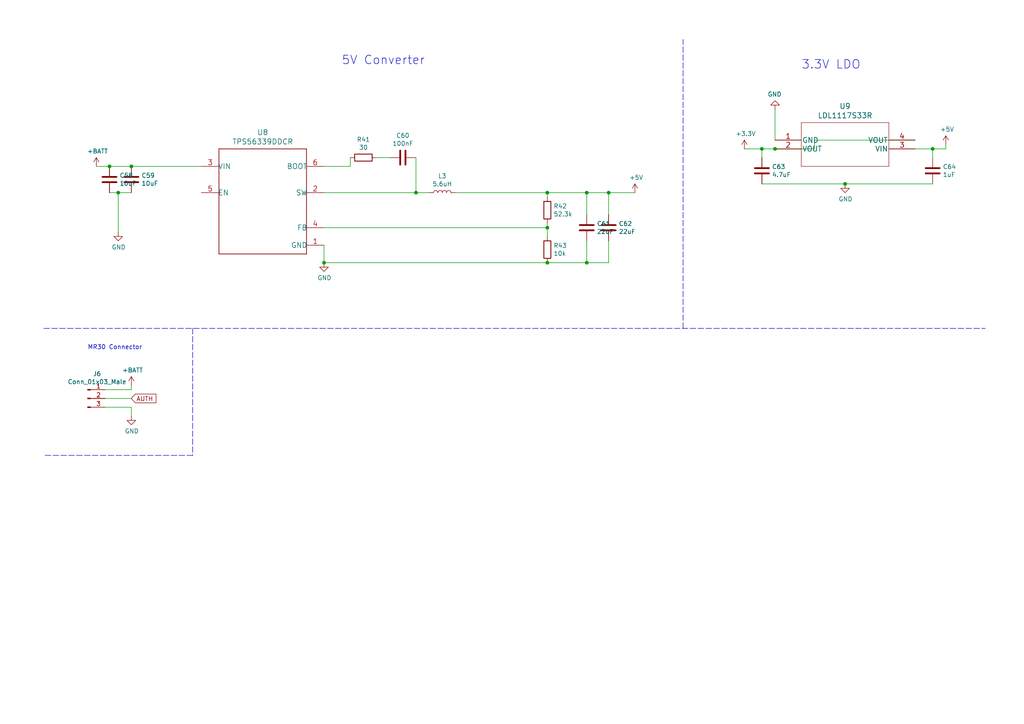
<source format=kicad_sch>
(kicad_sch (version 20211123) (generator eeschema)

  (uuid cb1628b7-31c2-4c65-923d-b1e1c16f9a0a)

  (paper "A4")

  (lib_symbols
    (symbol "Connector:Conn_01x03_Male" (pin_names (offset 1.016) hide) (in_bom yes) (on_board yes)
      (property "Reference" "J" (id 0) (at 0 5.08 0)
        (effects (font (size 1.27 1.27)))
      )
      (property "Value" "Conn_01x03_Male" (id 1) (at 0 -5.08 0)
        (effects (font (size 1.27 1.27)))
      )
      (property "Footprint" "" (id 2) (at 0 0 0)
        (effects (font (size 1.27 1.27)) hide)
      )
      (property "Datasheet" "~" (id 3) (at 0 0 0)
        (effects (font (size 1.27 1.27)) hide)
      )
      (property "ki_keywords" "connector" (id 4) (at 0 0 0)
        (effects (font (size 1.27 1.27)) hide)
      )
      (property "ki_description" "Generic connector, single row, 01x03, script generated (kicad-library-utils/schlib/autogen/connector/)" (id 5) (at 0 0 0)
        (effects (font (size 1.27 1.27)) hide)
      )
      (property "ki_fp_filters" "Connector*:*_1x??_*" (id 6) (at 0 0 0)
        (effects (font (size 1.27 1.27)) hide)
      )
      (symbol "Conn_01x03_Male_1_1"
        (polyline
          (pts
            (xy 1.27 -2.54)
            (xy 0.8636 -2.54)
          )
          (stroke (width 0.1524) (type default) (color 0 0 0 0))
          (fill (type none))
        )
        (polyline
          (pts
            (xy 1.27 0)
            (xy 0.8636 0)
          )
          (stroke (width 0.1524) (type default) (color 0 0 0 0))
          (fill (type none))
        )
        (polyline
          (pts
            (xy 1.27 2.54)
            (xy 0.8636 2.54)
          )
          (stroke (width 0.1524) (type default) (color 0 0 0 0))
          (fill (type none))
        )
        (rectangle (start 0.8636 -2.413) (end 0 -2.667)
          (stroke (width 0.1524) (type default) (color 0 0 0 0))
          (fill (type outline))
        )
        (rectangle (start 0.8636 0.127) (end 0 -0.127)
          (stroke (width 0.1524) (type default) (color 0 0 0 0))
          (fill (type outline))
        )
        (rectangle (start 0.8636 2.667) (end 0 2.413)
          (stroke (width 0.1524) (type default) (color 0 0 0 0))
          (fill (type outline))
        )
        (pin passive line (at 5.08 2.54 180) (length 3.81)
          (name "Pin_1" (effects (font (size 1.27 1.27))))
          (number "1" (effects (font (size 1.27 1.27))))
        )
        (pin passive line (at 5.08 0 180) (length 3.81)
          (name "Pin_2" (effects (font (size 1.27 1.27))))
          (number "2" (effects (font (size 1.27 1.27))))
        )
        (pin passive line (at 5.08 -2.54 180) (length 3.81)
          (name "Pin_3" (effects (font (size 1.27 1.27))))
          (number "3" (effects (font (size 1.27 1.27))))
        )
      )
    )
    (symbol "Device:C" (pin_numbers hide) (pin_names (offset 0.254)) (in_bom yes) (on_board yes)
      (property "Reference" "C" (id 0) (at 0.635 2.54 0)
        (effects (font (size 1.27 1.27)) (justify left))
      )
      (property "Value" "C" (id 1) (at 0.635 -2.54 0)
        (effects (font (size 1.27 1.27)) (justify left))
      )
      (property "Footprint" "" (id 2) (at 0.9652 -3.81 0)
        (effects (font (size 1.27 1.27)) hide)
      )
      (property "Datasheet" "~" (id 3) (at 0 0 0)
        (effects (font (size 1.27 1.27)) hide)
      )
      (property "ki_keywords" "cap capacitor" (id 4) (at 0 0 0)
        (effects (font (size 1.27 1.27)) hide)
      )
      (property "ki_description" "Unpolarized capacitor" (id 5) (at 0 0 0)
        (effects (font (size 1.27 1.27)) hide)
      )
      (property "ki_fp_filters" "C_*" (id 6) (at 0 0 0)
        (effects (font (size 1.27 1.27)) hide)
      )
      (symbol "C_0_1"
        (polyline
          (pts
            (xy -2.032 -0.762)
            (xy 2.032 -0.762)
          )
          (stroke (width 0.508) (type default) (color 0 0 0 0))
          (fill (type none))
        )
        (polyline
          (pts
            (xy -2.032 0.762)
            (xy 2.032 0.762)
          )
          (stroke (width 0.508) (type default) (color 0 0 0 0))
          (fill (type none))
        )
      )
      (symbol "C_1_1"
        (pin passive line (at 0 3.81 270) (length 2.794)
          (name "~" (effects (font (size 1.27 1.27))))
          (number "1" (effects (font (size 1.27 1.27))))
        )
        (pin passive line (at 0 -3.81 90) (length 2.794)
          (name "~" (effects (font (size 1.27 1.27))))
          (number "2" (effects (font (size 1.27 1.27))))
        )
      )
    )
    (symbol "Device:L" (pin_numbers hide) (pin_names (offset 1.016) hide) (in_bom yes) (on_board yes)
      (property "Reference" "L" (id 0) (at -1.27 0 90)
        (effects (font (size 1.27 1.27)))
      )
      (property "Value" "L" (id 1) (at 1.905 0 90)
        (effects (font (size 1.27 1.27)))
      )
      (property "Footprint" "" (id 2) (at 0 0 0)
        (effects (font (size 1.27 1.27)) hide)
      )
      (property "Datasheet" "~" (id 3) (at 0 0 0)
        (effects (font (size 1.27 1.27)) hide)
      )
      (property "ki_keywords" "inductor choke coil reactor magnetic" (id 4) (at 0 0 0)
        (effects (font (size 1.27 1.27)) hide)
      )
      (property "ki_description" "Inductor" (id 5) (at 0 0 0)
        (effects (font (size 1.27 1.27)) hide)
      )
      (property "ki_fp_filters" "Choke_* *Coil* Inductor_* L_*" (id 6) (at 0 0 0)
        (effects (font (size 1.27 1.27)) hide)
      )
      (symbol "L_0_1"
        (arc (start 0 -2.54) (mid 0.635 -1.905) (end 0 -1.27)
          (stroke (width 0) (type default) (color 0 0 0 0))
          (fill (type none))
        )
        (arc (start 0 -1.27) (mid 0.635 -0.635) (end 0 0)
          (stroke (width 0) (type default) (color 0 0 0 0))
          (fill (type none))
        )
        (arc (start 0 0) (mid 0.635 0.635) (end 0 1.27)
          (stroke (width 0) (type default) (color 0 0 0 0))
          (fill (type none))
        )
        (arc (start 0 1.27) (mid 0.635 1.905) (end 0 2.54)
          (stroke (width 0) (type default) (color 0 0 0 0))
          (fill (type none))
        )
      )
      (symbol "L_1_1"
        (pin passive line (at 0 3.81 270) (length 1.27)
          (name "1" (effects (font (size 1.27 1.27))))
          (number "1" (effects (font (size 1.27 1.27))))
        )
        (pin passive line (at 0 -3.81 90) (length 1.27)
          (name "2" (effects (font (size 1.27 1.27))))
          (number "2" (effects (font (size 1.27 1.27))))
        )
      )
    )
    (symbol "Device:R" (pin_numbers hide) (pin_names (offset 0)) (in_bom yes) (on_board yes)
      (property "Reference" "R" (id 0) (at 2.032 0 90)
        (effects (font (size 1.27 1.27)))
      )
      (property "Value" "R" (id 1) (at 0 0 90)
        (effects (font (size 1.27 1.27)))
      )
      (property "Footprint" "" (id 2) (at -1.778 0 90)
        (effects (font (size 1.27 1.27)) hide)
      )
      (property "Datasheet" "~" (id 3) (at 0 0 0)
        (effects (font (size 1.27 1.27)) hide)
      )
      (property "ki_keywords" "R res resistor" (id 4) (at 0 0 0)
        (effects (font (size 1.27 1.27)) hide)
      )
      (property "ki_description" "Resistor" (id 5) (at 0 0 0)
        (effects (font (size 1.27 1.27)) hide)
      )
      (property "ki_fp_filters" "R_*" (id 6) (at 0 0 0)
        (effects (font (size 1.27 1.27)) hide)
      )
      (symbol "R_0_1"
        (rectangle (start -1.016 -2.54) (end 1.016 2.54)
          (stroke (width 0.254) (type default) (color 0 0 0 0))
          (fill (type none))
        )
      )
      (symbol "R_1_1"
        (pin passive line (at 0 3.81 270) (length 1.27)
          (name "~" (effects (font (size 1.27 1.27))))
          (number "1" (effects (font (size 1.27 1.27))))
        )
        (pin passive line (at 0 -3.81 90) (length 1.27)
          (name "~" (effects (font (size 1.27 1.27))))
          (number "2" (effects (font (size 1.27 1.27))))
        )
      )
    )
    (symbol "PowerBankV0.2:LDL1117S33R" (pin_names (offset 0.254)) (in_bom yes) (on_board yes)
      (property "Reference" "U" (id 0) (at 20.32 10.16 0)
        (effects (font (size 1.524 1.524)))
      )
      (property "Value" "LDL1117S33R" (id 1) (at 20.32 7.62 0)
        (effects (font (size 1.524 1.524)))
      )
      (property "Footprint" "SOT223_STM" (id 2) (at 20.32 6.096 0)
        (effects (font (size 1.524 1.524)) hide)
      )
      (property "Datasheet" "" (id 3) (at 0 0 0)
        (effects (font (size 1.524 1.524)))
      )
      (property "ki_locked" "" (id 4) (at 0 0 0)
        (effects (font (size 1.27 1.27)))
      )
      (property "ki_fp_filters" "SOT223_STM SOT223_STM-M SOT223_STM-L" (id 5) (at 0 0 0)
        (effects (font (size 1.27 1.27)) hide)
      )
      (symbol "LDL1117S33R_1_1"
        (polyline
          (pts
            (xy 7.62 -7.62)
            (xy 33.02 -7.62)
          )
          (stroke (width 0.127) (type default) (color 0 0 0 0))
          (fill (type none))
        )
        (polyline
          (pts
            (xy 7.62 5.08)
            (xy 7.62 -7.62)
          )
          (stroke (width 0.127) (type default) (color 0 0 0 0))
          (fill (type none))
        )
        (polyline
          (pts
            (xy 33.02 -7.62)
            (xy 33.02 5.08)
          )
          (stroke (width 0.127) (type default) (color 0 0 0 0))
          (fill (type none))
        )
        (polyline
          (pts
            (xy 33.02 5.08)
            (xy 7.62 5.08)
          )
          (stroke (width 0.127) (type default) (color 0 0 0 0))
          (fill (type none))
        )
        (pin power_in line (at 0 0 0) (length 7.62)
          (name "GND" (effects (font (size 1.4986 1.4986))))
          (number "1" (effects (font (size 1.4986 1.4986))))
        )
        (pin output line (at 0 -2.54 0) (length 7.62)
          (name "VOUT" (effects (font (size 1.4986 1.4986))))
          (number "2" (effects (font (size 1.4986 1.4986))))
        )
        (pin power_in line (at 40.64 -2.54 180) (length 7.62)
          (name "VIN" (effects (font (size 1.4986 1.4986))))
          (number "3" (effects (font (size 1.4986 1.4986))))
        )
        (pin output line (at 40.64 0 180) (length 7.62)
          (name "VOUT" (effects (font (size 1.4986 1.4986))))
          (number "4" (effects (font (size 1.4986 1.4986))))
        )
      )
    )
    (symbol "PowerBankV0.2:TPS56339DDCR" (pin_names (offset -0.254)) (in_bom yes) (on_board yes)
      (property "Reference" "U" (id 0) (at 0 2.54 0)
        (effects (font (size 1.524 1.524)))
      )
      (property "Value" "TPS56339DDCR" (id 1) (at 0 0 0)
        (effects (font (size 1.524 1.524)))
      )
      (property "Footprint" "DDC0006A_N" (id 2) (at 0 -1.524 0)
        (effects (font (size 1.524 1.524)) hide)
      )
      (property "Datasheet" "" (id 3) (at 0 0 0)
        (effects (font (size 1.524 1.524)))
      )
      (property "ki_locked" "" (id 4) (at 0 0 0)
        (effects (font (size 1.27 1.27)))
      )
      (property "ki_fp_filters" "DDC0006A_N DDC0006A_M DDC0006A_L" (id 5) (at 0 0 0)
        (effects (font (size 1.27 1.27)) hide)
      )
      (symbol "TPS56339DDCR_1_1"
        (polyline
          (pts
            (xy -12.7 -15.24)
            (xy 12.7 -15.24)
          )
          (stroke (width 0.2032) (type default) (color 0 0 0 0))
          (fill (type none))
        )
        (polyline
          (pts
            (xy -12.7 15.24)
            (xy -12.7 -15.24)
          )
          (stroke (width 0.2032) (type default) (color 0 0 0 0))
          (fill (type none))
        )
        (polyline
          (pts
            (xy 12.7 -15.24)
            (xy 12.7 15.24)
          )
          (stroke (width 0.2032) (type default) (color 0 0 0 0))
          (fill (type none))
        )
        (polyline
          (pts
            (xy 12.7 15.24)
            (xy -12.7 15.24)
          )
          (stroke (width 0.2032) (type default) (color 0 0 0 0))
          (fill (type none))
        )
        (pin power_in line (at 17.78 -12.7 180) (length 5.08)
          (name "GND" (effects (font (size 1.4986 1.4986))))
          (number "1" (effects (font (size 1.4986 1.4986))))
        )
        (pin power_in line (at 17.78 2.54 180) (length 5.08)
          (name "SW" (effects (font (size 1.4986 1.4986))))
          (number "2" (effects (font (size 1.4986 1.4986))))
        )
        (pin power_in line (at -17.78 10.16 0) (length 5.08)
          (name "VIN" (effects (font (size 1.4986 1.4986))))
          (number "3" (effects (font (size 1.4986 1.4986))))
        )
        (pin input line (at 17.78 -7.62 180) (length 5.08)
          (name "FB" (effects (font (size 1.4986 1.4986))))
          (number "4" (effects (font (size 1.4986 1.4986))))
        )
        (pin input line (at -17.78 2.54 0) (length 5.08)
          (name "EN" (effects (font (size 1.4986 1.4986))))
          (number "5" (effects (font (size 1.4986 1.4986))))
        )
        (pin power_in line (at 17.78 10.16 180) (length 5.08)
          (name "BOOT" (effects (font (size 1.4986 1.4986))))
          (number "6" (effects (font (size 1.4986 1.4986))))
        )
      )
    )
    (symbol "power:+3.3V" (power) (pin_names (offset 0)) (in_bom yes) (on_board yes)
      (property "Reference" "#PWR" (id 0) (at 0 -3.81 0)
        (effects (font (size 1.27 1.27)) hide)
      )
      (property "Value" "+3.3V" (id 1) (at 0 3.556 0)
        (effects (font (size 1.27 1.27)))
      )
      (property "Footprint" "" (id 2) (at 0 0 0)
        (effects (font (size 1.27 1.27)) hide)
      )
      (property "Datasheet" "" (id 3) (at 0 0 0)
        (effects (font (size 1.27 1.27)) hide)
      )
      (property "ki_keywords" "power-flag" (id 4) (at 0 0 0)
        (effects (font (size 1.27 1.27)) hide)
      )
      (property "ki_description" "Power symbol creates a global label with name \"+3.3V\"" (id 5) (at 0 0 0)
        (effects (font (size 1.27 1.27)) hide)
      )
      (symbol "+3.3V_0_1"
        (polyline
          (pts
            (xy -0.762 1.27)
            (xy 0 2.54)
          )
          (stroke (width 0) (type default) (color 0 0 0 0))
          (fill (type none))
        )
        (polyline
          (pts
            (xy 0 0)
            (xy 0 2.54)
          )
          (stroke (width 0) (type default) (color 0 0 0 0))
          (fill (type none))
        )
        (polyline
          (pts
            (xy 0 2.54)
            (xy 0.762 1.27)
          )
          (stroke (width 0) (type default) (color 0 0 0 0))
          (fill (type none))
        )
      )
      (symbol "+3.3V_1_1"
        (pin power_in line (at 0 0 90) (length 0) hide
          (name "+3.3V" (effects (font (size 1.27 1.27))))
          (number "1" (effects (font (size 1.27 1.27))))
        )
      )
    )
    (symbol "power:+5V" (power) (pin_names (offset 0)) (in_bom yes) (on_board yes)
      (property "Reference" "#PWR" (id 0) (at 0 -3.81 0)
        (effects (font (size 1.27 1.27)) hide)
      )
      (property "Value" "+5V" (id 1) (at 0 3.556 0)
        (effects (font (size 1.27 1.27)))
      )
      (property "Footprint" "" (id 2) (at 0 0 0)
        (effects (font (size 1.27 1.27)) hide)
      )
      (property "Datasheet" "" (id 3) (at 0 0 0)
        (effects (font (size 1.27 1.27)) hide)
      )
      (property "ki_keywords" "power-flag" (id 4) (at 0 0 0)
        (effects (font (size 1.27 1.27)) hide)
      )
      (property "ki_description" "Power symbol creates a global label with name \"+5V\"" (id 5) (at 0 0 0)
        (effects (font (size 1.27 1.27)) hide)
      )
      (symbol "+5V_0_1"
        (polyline
          (pts
            (xy -0.762 1.27)
            (xy 0 2.54)
          )
          (stroke (width 0) (type default) (color 0 0 0 0))
          (fill (type none))
        )
        (polyline
          (pts
            (xy 0 0)
            (xy 0 2.54)
          )
          (stroke (width 0) (type default) (color 0 0 0 0))
          (fill (type none))
        )
        (polyline
          (pts
            (xy 0 2.54)
            (xy 0.762 1.27)
          )
          (stroke (width 0) (type default) (color 0 0 0 0))
          (fill (type none))
        )
      )
      (symbol "+5V_1_1"
        (pin power_in line (at 0 0 90) (length 0) hide
          (name "+5V" (effects (font (size 1.27 1.27))))
          (number "1" (effects (font (size 1.27 1.27))))
        )
      )
    )
    (symbol "power:+BATT" (power) (pin_names (offset 0)) (in_bom yes) (on_board yes)
      (property "Reference" "#PWR" (id 0) (at 0 -3.81 0)
        (effects (font (size 1.27 1.27)) hide)
      )
      (property "Value" "+BATT" (id 1) (at 0 3.556 0)
        (effects (font (size 1.27 1.27)))
      )
      (property "Footprint" "" (id 2) (at 0 0 0)
        (effects (font (size 1.27 1.27)) hide)
      )
      (property "Datasheet" "" (id 3) (at 0 0 0)
        (effects (font (size 1.27 1.27)) hide)
      )
      (property "ki_keywords" "power-flag battery" (id 4) (at 0 0 0)
        (effects (font (size 1.27 1.27)) hide)
      )
      (property "ki_description" "Power symbol creates a global label with name \"+BATT\"" (id 5) (at 0 0 0)
        (effects (font (size 1.27 1.27)) hide)
      )
      (symbol "+BATT_0_1"
        (polyline
          (pts
            (xy -0.762 1.27)
            (xy 0 2.54)
          )
          (stroke (width 0) (type default) (color 0 0 0 0))
          (fill (type none))
        )
        (polyline
          (pts
            (xy 0 0)
            (xy 0 2.54)
          )
          (stroke (width 0) (type default) (color 0 0 0 0))
          (fill (type none))
        )
        (polyline
          (pts
            (xy 0 2.54)
            (xy 0.762 1.27)
          )
          (stroke (width 0) (type default) (color 0 0 0 0))
          (fill (type none))
        )
      )
      (symbol "+BATT_1_1"
        (pin power_in line (at 0 0 90) (length 0) hide
          (name "+BATT" (effects (font (size 1.27 1.27))))
          (number "1" (effects (font (size 1.27 1.27))))
        )
      )
    )
    (symbol "power:GND" (power) (pin_names (offset 0)) (in_bom yes) (on_board yes)
      (property "Reference" "#PWR" (id 0) (at 0 -6.35 0)
        (effects (font (size 1.27 1.27)) hide)
      )
      (property "Value" "GND" (id 1) (at 0 -3.81 0)
        (effects (font (size 1.27 1.27)))
      )
      (property "Footprint" "" (id 2) (at 0 0 0)
        (effects (font (size 1.27 1.27)) hide)
      )
      (property "Datasheet" "" (id 3) (at 0 0 0)
        (effects (font (size 1.27 1.27)) hide)
      )
      (property "ki_keywords" "power-flag" (id 4) (at 0 0 0)
        (effects (font (size 1.27 1.27)) hide)
      )
      (property "ki_description" "Power symbol creates a global label with name \"GND\" , ground" (id 5) (at 0 0 0)
        (effects (font (size 1.27 1.27)) hide)
      )
      (symbol "GND_0_1"
        (polyline
          (pts
            (xy 0 0)
            (xy 0 -1.27)
            (xy 1.27 -1.27)
            (xy 0 -2.54)
            (xy -1.27 -1.27)
            (xy 0 -1.27)
          )
          (stroke (width 0) (type default) (color 0 0 0 0))
          (fill (type none))
        )
      )
      (symbol "GND_1_1"
        (pin power_in line (at 0 0 270) (length 0) hide
          (name "GND" (effects (font (size 1.27 1.27))))
          (number "1" (effects (font (size 1.27 1.27))))
        )
      )
    )
  )

  (junction (at 224.79 43.18) (diameter 0) (color 0 0 0 0)
    (uuid 05b074aa-4869-42ea-af14-0acc84a0ff4f)
  )
  (junction (at 34.29 55.88) (diameter 0) (color 0 0 0 0)
    (uuid 16007b90-2225-46b8-ae02-a903e5c33061)
  )
  (junction (at 158.75 66.04) (diameter 0) (color 0 0 0 0)
    (uuid 2c9e812b-b2c6-483f-8991-c1794a236255)
  )
  (junction (at 170.18 55.88) (diameter 0) (color 0 0 0 0)
    (uuid 2d0b8e1f-eed5-410c-90e0-f8751ab60d3f)
  )
  (junction (at 158.75 76.2) (diameter 0) (color 0 0 0 0)
    (uuid 3c70aac6-826e-4c62-a1b9-57ce4640e15e)
  )
  (junction (at 270.51 43.18) (diameter 0) (color 0 0 0 0)
    (uuid 574af2eb-c583-46e3-9a71-7a744fd6dca1)
  )
  (junction (at 93.98 76.2) (diameter 0) (color 0 0 0 0)
    (uuid 8e7f23ac-57a2-4368-90c0-be8937f0b119)
  )
  (junction (at 31.75 48.26) (diameter 0) (color 0 0 0 0)
    (uuid 9a0c6072-8943-4df6-9573-69719c33a484)
  )
  (junction (at 38.1 48.26) (diameter 0) (color 0 0 0 0)
    (uuid a5f42d27-4bc3-49d8-a7a3-114876398f24)
  )
  (junction (at 158.75 55.88) (diameter 0) (color 0 0 0 0)
    (uuid b04a1b02-8c8c-481b-bed1-219b253ae038)
  )
  (junction (at 170.18 76.2) (diameter 0) (color 0 0 0 0)
    (uuid b55ac516-7fe6-45f3-9eb4-b8206fa782b3)
  )
  (junction (at 220.98 43.18) (diameter 0) (color 0 0 0 0)
    (uuid c22cce36-7620-40b7-9fce-4c5493420139)
  )
  (junction (at 120.65 55.88) (diameter 0) (color 0 0 0 0)
    (uuid c539502d-e264-4a97-ab66-5fdf6e05a6e3)
  )
  (junction (at 245.11 53.34) (diameter 0) (color 0 0 0 0)
    (uuid c9f80667-e719-4d3e-9506-9962ee00ec6a)
  )
  (junction (at 176.53 55.88) (diameter 0) (color 0 0 0 0)
    (uuid dd108e8a-48d8-4c2d-9826-f3c5c0986b0a)
  )

  (wire (pts (xy 120.65 45.72) (xy 120.65 55.88))
    (stroke (width 0) (type default) (color 0 0 0 0))
    (uuid 02b6b06f-2b70-4d0b-a528-4276586e8fbc)
  )
  (wire (pts (xy 236.22 43.18) (xy 224.79 43.18))
    (stroke (width 0) (type default) (color 0 0 0 0))
    (uuid 0a1aca8e-a787-4231-a608-0963e4e6fe78)
  )
  (wire (pts (xy 38.1 118.11) (xy 38.1 120.65))
    (stroke (width 0) (type default) (color 0 0 0 0))
    (uuid 0a1c8f6e-8d43-49c2-9669-a6f6111175d3)
  )
  (wire (pts (xy 158.75 66.04) (xy 158.75 64.77))
    (stroke (width 0) (type default) (color 0 0 0 0))
    (uuid 0a862763-fd4c-46a6-a080-f44c70cbb8e8)
  )
  (wire (pts (xy 31.75 55.88) (xy 34.29 55.88))
    (stroke (width 0) (type default) (color 0 0 0 0))
    (uuid 0be5a1f7-565f-4e1f-938d-8ca9f2b79884)
  )
  (wire (pts (xy 270.51 45.72) (xy 270.51 43.18))
    (stroke (width 0) (type default) (color 0 0 0 0))
    (uuid 1429c2a0-c58c-4922-ae5a-9c39aed43907)
  )
  (wire (pts (xy 224.79 43.18) (xy 220.98 43.18))
    (stroke (width 0) (type default) (color 0 0 0 0))
    (uuid 2cb5313f-de4d-4369-adcf-c9d99e3676d8)
  )
  (wire (pts (xy 220.98 43.18) (xy 215.9 43.18))
    (stroke (width 0) (type default) (color 0 0 0 0))
    (uuid 2ff0cfe9-1a37-42f6-8773-35c304337f8a)
  )
  (wire (pts (xy 270.51 53.34) (xy 245.11 53.34))
    (stroke (width 0) (type default) (color 0 0 0 0))
    (uuid 30dce4f4-1116-4119-ae58-116ddc7bac16)
  )
  (wire (pts (xy 158.75 57.15) (xy 158.75 55.88))
    (stroke (width 0) (type default) (color 0 0 0 0))
    (uuid 31c35a3a-b96d-47fa-b577-5c705d1768ab)
  )
  (wire (pts (xy 34.29 67.31) (xy 34.29 55.88))
    (stroke (width 0) (type default) (color 0 0 0 0))
    (uuid 32d9b0c4-849e-4cc8-9f58-7978892b0656)
  )
  (wire (pts (xy 224.79 40.64) (xy 224.79 31.75))
    (stroke (width 0) (type default) (color 0 0 0 0))
    (uuid 343949e4-b022-43f8-92cc-6caedcc2bb07)
  )
  (wire (pts (xy 93.98 48.26) (xy 101.6 48.26))
    (stroke (width 0) (type default) (color 0 0 0 0))
    (uuid 3ff1551f-1a65-4e53-ad88-b6feb2c8e083)
  )
  (wire (pts (xy 158.75 76.2) (xy 93.98 76.2))
    (stroke (width 0) (type default) (color 0 0 0 0))
    (uuid 40bd096d-66ea-4d61-b52e-6b2ce45ea59d)
  )
  (wire (pts (xy 170.18 62.23) (xy 170.18 55.88))
    (stroke (width 0) (type default) (color 0 0 0 0))
    (uuid 4625e10c-08d4-46f2-9590-905fde34395d)
  )
  (wire (pts (xy 220.98 45.72) (xy 220.98 43.18))
    (stroke (width 0) (type default) (color 0 0 0 0))
    (uuid 4aa307c6-ff4c-4e8f-b668-2691b8fdf73c)
  )
  (wire (pts (xy 245.11 53.34) (xy 220.98 53.34))
    (stroke (width 0) (type default) (color 0 0 0 0))
    (uuid 5556fe12-45ed-41cd-962a-f74cf5e24459)
  )
  (wire (pts (xy 93.98 66.04) (xy 158.75 66.04))
    (stroke (width 0) (type default) (color 0 0 0 0))
    (uuid 570ec64b-e175-40a7-8321-b48e15c070e8)
  )
  (wire (pts (xy 93.98 76.2) (xy 93.98 71.12))
    (stroke (width 0) (type default) (color 0 0 0 0))
    (uuid 5efcb7f6-eab6-401e-ae0d-ebe655702f6e)
  )
  (polyline (pts (xy 55.88 132.08) (xy 12.7 132.08))
    (stroke (width 0) (type default) (color 0 0 0 0))
    (uuid 5f2fe946-3ddf-4831-8bc8-74966aa2c976)
  )
  (polyline (pts (xy 198.12 95.25) (xy 198.12 11.43))
    (stroke (width 0) (type default) (color 0 0 0 0))
    (uuid 5f81e44f-67bc-4c0d-89e3-28e3241f2d34)
  )

  (wire (pts (xy 176.53 62.23) (xy 176.53 55.88))
    (stroke (width 0) (type default) (color 0 0 0 0))
    (uuid 5ff0af1d-33ba-4cda-9eb9-91fc83f026dd)
  )
  (wire (pts (xy 158.75 66.04) (xy 158.75 68.58))
    (stroke (width 0) (type default) (color 0 0 0 0))
    (uuid 61b6edd8-9fa0-4b5e-9a10-38473b79d3a8)
  )
  (polyline (pts (xy 55.88 95.25) (xy 55.88 132.08))
    (stroke (width 0) (type default) (color 0 0 0 0))
    (uuid 68482b13-5b29-4595-b5d1-847486044c23)
  )

  (wire (pts (xy 170.18 55.88) (xy 176.53 55.88))
    (stroke (width 0) (type default) (color 0 0 0 0))
    (uuid 736c14e3-5483-4e77-9127-707008e97aa9)
  )
  (wire (pts (xy 270.51 43.18) (xy 274.32 43.18))
    (stroke (width 0) (type default) (color 0 0 0 0))
    (uuid 7a57faa9-7a38-475b-8243-3deaceaaffdd)
  )
  (wire (pts (xy 132.08 55.88) (xy 158.75 55.88))
    (stroke (width 0) (type default) (color 0 0 0 0))
    (uuid 7c192856-d711-426c-b7cf-bba166ff0ed7)
  )
  (wire (pts (xy 158.75 55.88) (xy 170.18 55.88))
    (stroke (width 0) (type default) (color 0 0 0 0))
    (uuid 7ca261bb-7807-4e14-96c5-2bfae84e8dbd)
  )
  (wire (pts (xy 93.98 55.88) (xy 120.65 55.88))
    (stroke (width 0) (type default) (color 0 0 0 0))
    (uuid 7d5ed38c-8b99-4d4a-95b0-b2ab50ada8a0)
  )
  (wire (pts (xy 31.75 48.26) (xy 27.94 48.26))
    (stroke (width 0) (type default) (color 0 0 0 0))
    (uuid 858cac4a-3148-4b69-b7e9-0026dc936c80)
  )
  (wire (pts (xy 101.6 48.26) (xy 101.6 45.72))
    (stroke (width 0) (type default) (color 0 0 0 0))
    (uuid 9e29ee7b-322f-4afd-8556-b302540bdb54)
  )
  (wire (pts (xy 176.53 76.2) (xy 170.18 76.2))
    (stroke (width 0) (type default) (color 0 0 0 0))
    (uuid a7f4b96e-b4ec-4798-a2a8-49cf5e0ecab1)
  )
  (wire (pts (xy 176.53 55.88) (xy 184.15 55.88))
    (stroke (width 0) (type default) (color 0 0 0 0))
    (uuid a9abdf6d-7b3f-43b3-9996-712b5a9da137)
  )
  (wire (pts (xy 58.42 48.26) (xy 38.1 48.26))
    (stroke (width 0) (type default) (color 0 0 0 0))
    (uuid b53d615b-b117-443d-a8df-52edb82a9146)
  )
  (wire (pts (xy 170.18 69.85) (xy 170.18 76.2))
    (stroke (width 0) (type default) (color 0 0 0 0))
    (uuid b5fd9a40-18f6-4831-8d88-a6fa17282b60)
  )
  (wire (pts (xy 120.65 55.88) (xy 124.46 55.88))
    (stroke (width 0) (type default) (color 0 0 0 0))
    (uuid b95aaf23-e061-4a88-8c4c-32b636d1f4ed)
  )
  (wire (pts (xy 38.1 48.26) (xy 31.75 48.26))
    (stroke (width 0) (type default) (color 0 0 0 0))
    (uuid bd3e3aae-1b5f-4a43-9ab8-66db340af8e8)
  )
  (wire (pts (xy 38.1 113.03) (xy 38.1 111.76))
    (stroke (width 0) (type default) (color 0 0 0 0))
    (uuid c17550a0-448d-4340-bedc-b85fd489d842)
  )
  (wire (pts (xy 265.43 43.18) (xy 270.51 43.18))
    (stroke (width 0) (type default) (color 0 0 0 0))
    (uuid c5434e5a-32ba-4c99-b683-56f4bb51bb0e)
  )
  (wire (pts (xy 109.22 45.72) (xy 113.03 45.72))
    (stroke (width 0) (type default) (color 0 0 0 0))
    (uuid c7296533-f3f2-416d-a140-ceba445c6ed7)
  )
  (wire (pts (xy 34.29 55.88) (xy 38.1 55.88))
    (stroke (width 0) (type default) (color 0 0 0 0))
    (uuid cc07a53d-9d96-411d-9e2b-fcae21f90357)
  )
  (wire (pts (xy 170.18 76.2) (xy 158.75 76.2))
    (stroke (width 0) (type default) (color 0 0 0 0))
    (uuid cee79b11-586f-4d50-a62e-3b96df832afc)
  )
  (wire (pts (xy 30.48 118.11) (xy 38.1 118.11))
    (stroke (width 0) (type default) (color 0 0 0 0))
    (uuid d0ffcbeb-0f11-489f-971f-e973e7c35f23)
  )
  (wire (pts (xy 176.53 69.85) (xy 176.53 76.2))
    (stroke (width 0) (type default) (color 0 0 0 0))
    (uuid d25441c3-0a33-491c-9536-387310bc92d6)
  )
  (wire (pts (xy 30.48 115.57) (xy 38.1 115.57))
    (stroke (width 0) (type default) (color 0 0 0 0))
    (uuid d3d28d5f-68d0-47c8-8e7b-ada0077de8bf)
  )
  (wire (pts (xy 236.22 40.64) (xy 236.22 43.18))
    (stroke (width 0) (type default) (color 0 0 0 0))
    (uuid d7798d63-2cbc-4dc9-881a-982dd3538ff2)
  )
  (wire (pts (xy 265.43 40.64) (xy 236.22 40.64))
    (stroke (width 0) (type default) (color 0 0 0 0))
    (uuid e80dffef-9725-4359-8494-79d0f9f76cfe)
  )
  (wire (pts (xy 30.48 113.03) (xy 38.1 113.03))
    (stroke (width 0) (type default) (color 0 0 0 0))
    (uuid f136f672-4aef-49a0-819e-0b3c2783a004)
  )
  (wire (pts (xy 274.32 43.18) (xy 274.32 41.91))
    (stroke (width 0) (type default) (color 0 0 0 0))
    (uuid f13f0539-2a71-4ba6-9c58-117925d28d10)
  )
  (polyline (pts (xy 12.7 95.25) (xy 285.75 95.25))
    (stroke (width 0) (type default) (color 0 0 0 0))
    (uuid f9bd2bc2-8aef-444a-b858-e91db551f46f)
  )

  (text "3.3V LDO\n" (at 232.41 20.32 0)
    (effects (font (size 2.4892 2.4892)) (justify left bottom))
    (uuid 9d9ffa30-5131-486c-a549-033ff99c0301)
  )
  (text "MR30 Connector\n" (at 25.4 101.6 0)
    (effects (font (size 1.27 1.27)) (justify left bottom))
    (uuid e14ca7eb-9531-460c-ae8b-b422918766c3)
  )
  (text "5V Converter\n" (at 99.06 19.05 0)
    (effects (font (size 2.4892 2.4892)) (justify left bottom))
    (uuid eb4b3c27-c133-432d-ba5c-a89e9bc41169)
  )

  (global_label "AUTH" (shape input) (at 38.1 115.57 0) (fields_autoplaced)
    (effects (font (size 1.27 1.27)) (justify left))
    (uuid 8ae62e17-6536-4a32-b157-a8737beefb18)
    (property "Intersheet References" "${INTERSHEET_REFS}" (id 0) (at 0 0 0)
      (effects (font (size 1.27 1.27)) hide)
    )
  )

  (symbol (lib_id "PowerBankV0.2:TPS56339DDCR") (at 76.2 58.42 0) (unit 1)
    (in_bom yes) (on_board yes)
    (uuid 00000000-0000-0000-0000-0000613e1423)
    (property "Reference" "U8" (id 0) (at 76.2 38.4048 0)
      (effects (font (size 1.524 1.524)))
    )
    (property "Value" "TPS56339DDCR" (id 1) (at 76.2 41.0972 0)
      (effects (font (size 1.524 1.524)))
    )
    (property "Footprint" "PowerBankv0.2:TPS56339DDCR" (id 2) (at 76.2 59.944 0)
      (effects (font (size 1.524 1.524)) hide)
    )
    (property "Datasheet" "" (id 3) (at 76.2 58.42 0)
      (effects (font (size 1.524 1.524)))
    )
    (pin "1" (uuid 712ad0ca-d7d1-497a-8bac-a21f3e2bb3cd))
    (pin "2" (uuid 0f755010-3026-4ae8-84ea-c7e1ab4ec7ab))
    (pin "3" (uuid 64f58a38-7770-47e8-a0af-c9c6c23721e5))
    (pin "4" (uuid c04be50a-126d-4e0a-abf5-95ffb7c047f0))
    (pin "5" (uuid 206d4821-bd73-41a1-a14a-d1c02d21d1c1))
    (pin "6" (uuid 9da182ad-b4fb-4f71-b118-f07128c462d8))
  )

  (symbol (lib_id "Device:C") (at 38.1 52.07 0) (unit 1)
    (in_bom yes) (on_board yes)
    (uuid 00000000-0000-0000-0000-0000613e1fb2)
    (property "Reference" "C59" (id 0) (at 41.021 50.9016 0)
      (effects (font (size 1.27 1.27)) (justify left))
    )
    (property "Value" "10uF" (id 1) (at 41.021 53.213 0)
      (effects (font (size 1.27 1.27)) (justify left))
    )
    (property "Footprint" "Capacitor_SMD:C_0805_2012Metric" (id 2) (at 39.0652 55.88 0)
      (effects (font (size 1.27 1.27)) hide)
    )
    (property "Datasheet" "~" (id 3) (at 38.1 52.07 0)
      (effects (font (size 1.27 1.27)) hide)
    )
    (pin "1" (uuid 3e3f040e-7c1c-48ef-bf9d-937edc97491b))
    (pin "2" (uuid 47d1c211-f2e7-4b57-9d72-2a4104ca3b6f))
  )

  (symbol (lib_id "Device:C") (at 31.75 52.07 0) (unit 1)
    (in_bom yes) (on_board yes)
    (uuid 00000000-0000-0000-0000-0000613e24ef)
    (property "Reference" "C58" (id 0) (at 34.671 50.9016 0)
      (effects (font (size 1.27 1.27)) (justify left))
    )
    (property "Value" "10uF" (id 1) (at 34.671 53.213 0)
      (effects (font (size 1.27 1.27)) (justify left))
    )
    (property "Footprint" "Capacitor_SMD:C_0805_2012Metric" (id 2) (at 32.7152 55.88 0)
      (effects (font (size 1.27 1.27)) hide)
    )
    (property "Datasheet" "~" (id 3) (at 31.75 52.07 0)
      (effects (font (size 1.27 1.27)) hide)
    )
    (pin "1" (uuid bfc36073-7c2a-47fd-93a7-5cd5cafe8e39))
    (pin "2" (uuid cbe4e584-e397-4082-9857-813502dcf78c))
  )

  (symbol (lib_id "Device:R") (at 105.41 45.72 270) (unit 1)
    (in_bom yes) (on_board yes)
    (uuid 00000000-0000-0000-0000-0000613e35c1)
    (property "Reference" "R41" (id 0) (at 105.41 40.4622 90))
    (property "Value" "30" (id 1) (at 105.41 42.7736 90))
    (property "Footprint" "Resistor_SMD:R_0603_1608Metric" (id 2) (at 105.41 43.942 90)
      (effects (font (size 1.27 1.27)) hide)
    )
    (property "Datasheet" "~" (id 3) (at 105.41 45.72 0)
      (effects (font (size 1.27 1.27)) hide)
    )
    (pin "1" (uuid 8b14a756-d3ca-4337-9268-ba5d1ff44822))
    (pin "2" (uuid 786a5195-08b6-4ee7-84ee-6f88bdd7d043))
  )

  (symbol (lib_id "Device:C") (at 116.84 45.72 270) (unit 1)
    (in_bom yes) (on_board yes)
    (uuid 00000000-0000-0000-0000-0000613e3f35)
    (property "Reference" "C60" (id 0) (at 116.84 39.3192 90))
    (property "Value" "100nF" (id 1) (at 116.84 41.6306 90))
    (property "Footprint" "Capacitor_SMD:C_0603_1608Metric" (id 2) (at 113.03 46.6852 0)
      (effects (font (size 1.27 1.27)) hide)
    )
    (property "Datasheet" "~" (id 3) (at 116.84 45.72 0)
      (effects (font (size 1.27 1.27)) hide)
    )
    (pin "1" (uuid 0eb60b69-c23a-498f-b910-cd6dd1bd9494))
    (pin "2" (uuid 9abf82d1-dd32-4078-8511-3ee4f7fb338c))
  )

  (symbol (lib_id "Device:L") (at 128.27 55.88 90) (unit 1)
    (in_bom yes) (on_board yes)
    (uuid 00000000-0000-0000-0000-0000613e474d)
    (property "Reference" "L3" (id 0) (at 128.27 51.054 90))
    (property "Value" "5.6uH" (id 1) (at 128.27 53.3654 90))
    (property "Footprint" "PowerBankv0.2:IND_SRN8040TA-5R6M" (id 2) (at 128.27 55.88 0)
      (effects (font (size 1.27 1.27)) hide)
    )
    (property "Datasheet" "~" (id 3) (at 128.27 55.88 0)
      (effects (font (size 1.27 1.27)) hide)
    )
    (pin "1" (uuid 4b97eb89-f5b2-4a3e-ae6e-1526ffbb8656))
    (pin "2" (uuid c11b02f0-ab80-40d4-8ec7-4ff2b40b30aa))
  )

  (symbol (lib_id "Device:R") (at 158.75 60.96 0) (unit 1)
    (in_bom yes) (on_board yes)
    (uuid 00000000-0000-0000-0000-0000613e631f)
    (property "Reference" "R42" (id 0) (at 160.528 59.7916 0)
      (effects (font (size 1.27 1.27)) (justify left))
    )
    (property "Value" "52.3k" (id 1) (at 160.528 62.103 0)
      (effects (font (size 1.27 1.27)) (justify left))
    )
    (property "Footprint" "Resistor_SMD:R_0603_1608Metric" (id 2) (at 156.972 60.96 90)
      (effects (font (size 1.27 1.27)) hide)
    )
    (property "Datasheet" "~" (id 3) (at 158.75 60.96 0)
      (effects (font (size 1.27 1.27)) hide)
    )
    (pin "1" (uuid 48a6d31f-7274-421f-9b37-a805e6ae9d37))
    (pin "2" (uuid d2667cb7-297b-4051-906e-ee9807bb1e14))
  )

  (symbol (lib_id "Device:R") (at 158.75 72.39 0) (unit 1)
    (in_bom yes) (on_board yes)
    (uuid 00000000-0000-0000-0000-0000613e67bf)
    (property "Reference" "R43" (id 0) (at 160.528 71.2216 0)
      (effects (font (size 1.27 1.27)) (justify left))
    )
    (property "Value" "10k" (id 1) (at 160.528 73.533 0)
      (effects (font (size 1.27 1.27)) (justify left))
    )
    (property "Footprint" "Resistor_SMD:R_0603_1608Metric" (id 2) (at 156.972 72.39 90)
      (effects (font (size 1.27 1.27)) hide)
    )
    (property "Datasheet" "~" (id 3) (at 158.75 72.39 0)
      (effects (font (size 1.27 1.27)) hide)
    )
    (pin "1" (uuid 3b938bf3-a2e4-4d1a-bea2-adafaa8e7d70))
    (pin "2" (uuid 35d49e28-88cf-431b-bef4-29a9a0ffdf10))
  )

  (symbol (lib_id "Device:C") (at 170.18 66.04 0) (unit 1)
    (in_bom yes) (on_board yes)
    (uuid 00000000-0000-0000-0000-0000613e7bc1)
    (property "Reference" "C61" (id 0) (at 173.101 64.8716 0)
      (effects (font (size 1.27 1.27)) (justify left))
    )
    (property "Value" "22uF" (id 1) (at 173.101 67.183 0)
      (effects (font (size 1.27 1.27)) (justify left))
    )
    (property "Footprint" "Capacitor_SMD:C_0805_2012Metric" (id 2) (at 171.1452 69.85 0)
      (effects (font (size 1.27 1.27)) hide)
    )
    (property "Datasheet" "~" (id 3) (at 170.18 66.04 0)
      (effects (font (size 1.27 1.27)) hide)
    )
    (pin "1" (uuid e6fdcb40-4a58-48b1-8fed-5efbf7adb14f))
    (pin "2" (uuid cc49db2d-33d8-4889-a793-2bbd4b638673))
  )

  (symbol (lib_id "Device:C") (at 176.53 66.04 0) (unit 1)
    (in_bom yes) (on_board yes)
    (uuid 00000000-0000-0000-0000-0000613e83eb)
    (property "Reference" "C62" (id 0) (at 179.451 64.8716 0)
      (effects (font (size 1.27 1.27)) (justify left))
    )
    (property "Value" "22uF" (id 1) (at 179.451 67.183 0)
      (effects (font (size 1.27 1.27)) (justify left))
    )
    (property "Footprint" "Capacitor_SMD:C_0805_2012Metric" (id 2) (at 177.4952 69.85 0)
      (effects (font (size 1.27 1.27)) hide)
    )
    (property "Datasheet" "~" (id 3) (at 176.53 66.04 0)
      (effects (font (size 1.27 1.27)) hide)
    )
    (pin "1" (uuid 83392db0-03b8-423a-84ef-c4cd45dd32b6))
    (pin "2" (uuid 7da0a6be-9cf4-4bb5-b5dd-2cd1a3537662))
  )

  (symbol (lib_id "power:+5V") (at 184.15 55.88 0) (unit 1)
    (in_bom yes) (on_board yes)
    (uuid 00000000-0000-0000-0000-0000613ea2f5)
    (property "Reference" "#PWR0129" (id 0) (at 184.15 59.69 0)
      (effects (font (size 1.27 1.27)) hide)
    )
    (property "Value" "+5V" (id 1) (at 184.531 51.4858 0))
    (property "Footprint" "" (id 2) (at 184.15 55.88 0)
      (effects (font (size 1.27 1.27)) hide)
    )
    (property "Datasheet" "" (id 3) (at 184.15 55.88 0)
      (effects (font (size 1.27 1.27)) hide)
    )
    (pin "1" (uuid ac1ba0d8-d3a7-44ca-a121-dad3cf7b206a))
  )

  (symbol (lib_id "power:GND") (at 93.98 76.2 0) (unit 1)
    (in_bom yes) (on_board yes)
    (uuid 00000000-0000-0000-0000-0000613eb62c)
    (property "Reference" "#PWR0130" (id 0) (at 93.98 82.55 0)
      (effects (font (size 1.27 1.27)) hide)
    )
    (property "Value" "GND" (id 1) (at 94.107 80.5942 0))
    (property "Footprint" "" (id 2) (at 93.98 76.2 0)
      (effects (font (size 1.27 1.27)) hide)
    )
    (property "Datasheet" "" (id 3) (at 93.98 76.2 0)
      (effects (font (size 1.27 1.27)) hide)
    )
    (pin "1" (uuid be8245d0-5a3e-452b-a490-0f0367cfc392))
  )

  (symbol (lib_id "power:GND") (at 34.29 67.31 0) (unit 1)
    (in_bom yes) (on_board yes)
    (uuid 00000000-0000-0000-0000-0000613eba86)
    (property "Reference" "#PWR0131" (id 0) (at 34.29 73.66 0)
      (effects (font (size 1.27 1.27)) hide)
    )
    (property "Value" "GND" (id 1) (at 34.417 71.7042 0))
    (property "Footprint" "" (id 2) (at 34.29 67.31 0)
      (effects (font (size 1.27 1.27)) hide)
    )
    (property "Datasheet" "" (id 3) (at 34.29 67.31 0)
      (effects (font (size 1.27 1.27)) hide)
    )
    (pin "1" (uuid e67121c8-1581-42c6-83c8-466c0605f459))
  )

  (symbol (lib_id "power:+BATT") (at 27.94 48.26 0) (unit 1)
    (in_bom yes) (on_board yes)
    (uuid 00000000-0000-0000-0000-0000613ec867)
    (property "Reference" "#PWR0132" (id 0) (at 27.94 52.07 0)
      (effects (font (size 1.27 1.27)) hide)
    )
    (property "Value" "+BATT" (id 1) (at 28.321 43.8658 0))
    (property "Footprint" "" (id 2) (at 27.94 48.26 0)
      (effects (font (size 1.27 1.27)) hide)
    )
    (property "Datasheet" "" (id 3) (at 27.94 48.26 0)
      (effects (font (size 1.27 1.27)) hide)
    )
    (pin "1" (uuid 47f10dcb-3e0c-4290-8f9a-b13596d040f2))
  )

  (symbol (lib_id "PowerBankV0.2:LDL1117S33R") (at 224.79 40.64 0) (unit 1)
    (in_bom yes) (on_board yes)
    (uuid 00000000-0000-0000-0000-0000613ee368)
    (property "Reference" "U9" (id 0) (at 245.11 30.8102 0)
      (effects (font (size 1.524 1.524)))
    )
    (property "Value" "LDL1117S33R" (id 1) (at 245.11 33.5026 0)
      (effects (font (size 1.524 1.524)))
    )
    (property "Footprint" "Package_TO_SOT_SMD:SOT-223" (id 2) (at 245.11 34.544 0)
      (effects (font (size 1.524 1.524)) hide)
    )
    (property "Datasheet" "" (id 3) (at 224.79 40.64 0)
      (effects (font (size 1.524 1.524)))
    )
    (pin "1" (uuid 11c080cf-a341-43f4-9591-5d0ee00be89e))
    (pin "2" (uuid f8d9a5df-ec9d-4a3e-9ae2-eec75a6871d5))
    (pin "3" (uuid 1277731a-0fba-487f-996b-49d27d9ca6e6))
    (pin "4" (uuid dfa5cd6c-62c0-4549-84cf-c17fe724d00b))
  )

  (symbol (lib_id "power:+5V") (at 274.32 41.91 0) (unit 1)
    (in_bom yes) (on_board yes)
    (uuid 00000000-0000-0000-0000-000061400198)
    (property "Reference" "#PWR0133" (id 0) (at 274.32 45.72 0)
      (effects (font (size 1.27 1.27)) hide)
    )
    (property "Value" "+5V" (id 1) (at 274.701 37.5158 0))
    (property "Footprint" "" (id 2) (at 274.32 41.91 0)
      (effects (font (size 1.27 1.27)) hide)
    )
    (property "Datasheet" "" (id 3) (at 274.32 41.91 0)
      (effects (font (size 1.27 1.27)) hide)
    )
    (pin "1" (uuid 796c1e1d-1bc2-4fb3-947e-bcc26c18b48a))
  )

  (symbol (lib_id "Device:C") (at 270.51 49.53 0) (unit 1)
    (in_bom yes) (on_board yes)
    (uuid 00000000-0000-0000-0000-0000614018c9)
    (property "Reference" "C64" (id 0) (at 273.431 48.3616 0)
      (effects (font (size 1.27 1.27)) (justify left))
    )
    (property "Value" "1uF" (id 1) (at 273.431 50.673 0)
      (effects (font (size 1.27 1.27)) (justify left))
    )
    (property "Footprint" "Capacitor_SMD:C_0603_1608Metric" (id 2) (at 271.4752 53.34 0)
      (effects (font (size 1.27 1.27)) hide)
    )
    (property "Datasheet" "~" (id 3) (at 270.51 49.53 0)
      (effects (font (size 1.27 1.27)) hide)
    )
    (pin "1" (uuid 28a9dbab-5826-4122-8f7e-011ee54bfe54))
    (pin "2" (uuid ae976651-0fb8-42f6-aa38-62f61e726a37))
  )

  (symbol (lib_id "Device:C") (at 220.98 49.53 0) (unit 1)
    (in_bom yes) (on_board yes)
    (uuid 00000000-0000-0000-0000-000061401e71)
    (property "Reference" "C63" (id 0) (at 223.901 48.3616 0)
      (effects (font (size 1.27 1.27)) (justify left))
    )
    (property "Value" "4.7uF" (id 1) (at 223.901 50.673 0)
      (effects (font (size 1.27 1.27)) (justify left))
    )
    (property "Footprint" "Capacitor_SMD:C_0805_2012Metric" (id 2) (at 221.9452 53.34 0)
      (effects (font (size 1.27 1.27)) hide)
    )
    (property "Datasheet" "~" (id 3) (at 220.98 49.53 0)
      (effects (font (size 1.27 1.27)) hide)
    )
    (pin "1" (uuid 86569772-87a7-4b37-b103-889bf68d713c))
    (pin "2" (uuid 7207fc66-272b-4de2-80d5-34702af61413))
  )

  (symbol (lib_id "power:+3.3V") (at 215.9 43.18 0) (unit 1)
    (in_bom yes) (on_board yes)
    (uuid 00000000-0000-0000-0000-000061404270)
    (property "Reference" "#PWR0134" (id 0) (at 215.9 46.99 0)
      (effects (font (size 1.27 1.27)) hide)
    )
    (property "Value" "+3.3V" (id 1) (at 216.281 38.7858 0))
    (property "Footprint" "" (id 2) (at 215.9 43.18 0)
      (effects (font (size 1.27 1.27)) hide)
    )
    (property "Datasheet" "" (id 3) (at 215.9 43.18 0)
      (effects (font (size 1.27 1.27)) hide)
    )
    (pin "1" (uuid abc6a6aa-ed13-4398-a93a-a36fc1605633))
  )

  (symbol (lib_id "power:GND") (at 224.79 31.75 180) (unit 1)
    (in_bom yes) (on_board yes)
    (uuid 00000000-0000-0000-0000-000061404709)
    (property "Reference" "#PWR0135" (id 0) (at 224.79 25.4 0)
      (effects (font (size 1.27 1.27)) hide)
    )
    (property "Value" "GND" (id 1) (at 224.663 27.3558 0))
    (property "Footprint" "" (id 2) (at 224.79 31.75 0)
      (effects (font (size 1.27 1.27)) hide)
    )
    (property "Datasheet" "" (id 3) (at 224.79 31.75 0)
      (effects (font (size 1.27 1.27)) hide)
    )
    (pin "1" (uuid 04739a07-67c6-4636-90f1-4de097bb5d65))
  )

  (symbol (lib_id "power:GND") (at 245.11 53.34 0) (unit 1)
    (in_bom yes) (on_board yes)
    (uuid 00000000-0000-0000-0000-000061404bb4)
    (property "Reference" "#PWR0136" (id 0) (at 245.11 59.69 0)
      (effects (font (size 1.27 1.27)) hide)
    )
    (property "Value" "GND" (id 1) (at 245.237 57.7342 0))
    (property "Footprint" "" (id 2) (at 245.11 53.34 0)
      (effects (font (size 1.27 1.27)) hide)
    )
    (property "Datasheet" "" (id 3) (at 245.11 53.34 0)
      (effects (font (size 1.27 1.27)) hide)
    )
    (pin "1" (uuid 5bad36db-c546-4f69-a649-747c8a4e1683))
  )

  (symbol (lib_id "Connector:Conn_01x03_Male") (at 25.4 115.57 0) (unit 1)
    (in_bom yes) (on_board yes)
    (uuid 00000000-0000-0000-0000-00006140baac)
    (property "Reference" "J6" (id 0) (at 28.1432 108.4326 0))
    (property "Value" "Conn_01x03_Male" (id 1) (at 28.1432 110.744 0))
    (property "Footprint" "Connector_AMASS:AMASS_MR30PW-M_1x03_P3.50mm_Horizontal" (id 2) (at 25.4 115.57 0)
      (effects (font (size 1.27 1.27)) hide)
    )
    (property "Datasheet" "~" (id 3) (at 25.4 115.57 0)
      (effects (font (size 1.27 1.27)) hide)
    )
    (pin "1" (uuid 3ecd4831-2e76-421f-a5b9-4ef6dce6c57b))
    (pin "2" (uuid 604c6ddf-5395-4902-87d7-0d1edc78e251))
    (pin "3" (uuid 88609739-9b2b-4c52-9368-5cbbf7fe0396))
  )

  (symbol (lib_id "power:GND") (at 38.1 120.65 0) (unit 1)
    (in_bom yes) (on_board yes)
    (uuid 00000000-0000-0000-0000-00006140d7bd)
    (property "Reference" "#PWR0137" (id 0) (at 38.1 127 0)
      (effects (font (size 1.27 1.27)) hide)
    )
    (property "Value" "GND" (id 1) (at 38.227 125.0442 0))
    (property "Footprint" "" (id 2) (at 38.1 120.65 0)
      (effects (font (size 1.27 1.27)) hide)
    )
    (property "Datasheet" "" (id 3) (at 38.1 120.65 0)
      (effects (font (size 1.27 1.27)) hide)
    )
    (pin "1" (uuid f745d953-4399-4829-80f6-ac786e918b8e))
  )

  (symbol (lib_id "power:+BATT") (at 38.1 111.76 0) (unit 1)
    (in_bom yes) (on_board yes)
    (uuid 00000000-0000-0000-0000-00006140dc0d)
    (property "Reference" "#PWR0138" (id 0) (at 38.1 115.57 0)
      (effects (font (size 1.27 1.27)) hide)
    )
    (property "Value" "+BATT" (id 1) (at 38.481 107.3658 0))
    (property "Footprint" "" (id 2) (at 38.1 111.76 0)
      (effects (font (size 1.27 1.27)) hide)
    )
    (property "Datasheet" "" (id 3) (at 38.1 111.76 0)
      (effects (font (size 1.27 1.27)) hide)
    )
    (pin "1" (uuid d864dbb0-4c89-4d2b-93c7-4731ed870e5c))
  )
)

</source>
